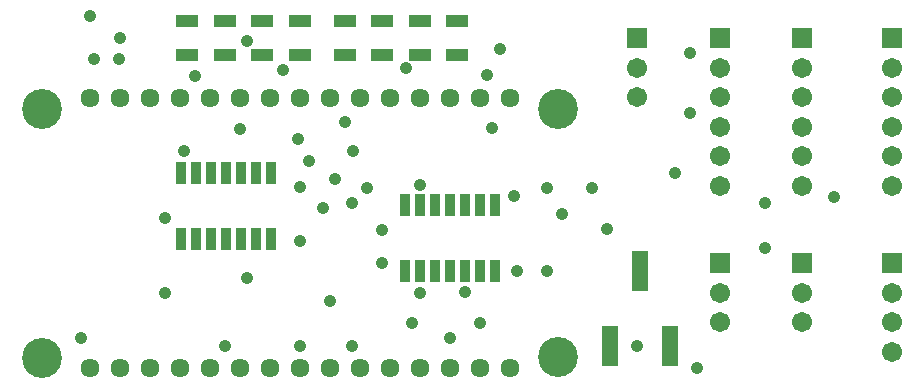
<source format=gbr>
G04 EAGLE Gerber RS-274X export*
G75*
%MOMM*%
%FSLAX34Y34*%
%LPD*%
%INSoldermask Top*%
%IPPOS*%
%AMOC8*
5,1,8,0,0,1.08239X$1,22.5*%
G01*
%ADD10C,1.611200*%
%ADD11C,3.378200*%
%ADD12R,0.853200X1.953200*%
%ADD13R,1.903200X1.103200*%
%ADD14C,1.711200*%
%ADD15R,1.711200X1.711200*%
%ADD16R,1.403200X3.503200*%
%ADD17C,1.059600*%


D10*
X69850Y25400D03*
X95250Y25400D03*
X120650Y25400D03*
X146050Y25400D03*
X171450Y25400D03*
X196850Y25400D03*
X222250Y25400D03*
X247650Y25400D03*
X273050Y25400D03*
X298450Y25400D03*
X323850Y25400D03*
X349250Y25400D03*
X374650Y25400D03*
X400050Y25400D03*
X425450Y25400D03*
X425450Y254000D03*
X400050Y254000D03*
X374650Y254000D03*
X349250Y254000D03*
X323850Y254000D03*
X298450Y254000D03*
X273050Y254000D03*
X247650Y254000D03*
X222250Y254000D03*
X196850Y254000D03*
X171450Y254000D03*
X146050Y254000D03*
X120650Y254000D03*
X95250Y254000D03*
X69850Y254000D03*
D11*
X29210Y244856D03*
X29210Y34290D03*
X466090Y244856D03*
X466090Y34544D03*
D12*
X336550Y107950D03*
X349250Y107950D03*
X361950Y107950D03*
X374650Y107950D03*
X387350Y107950D03*
X400050Y107950D03*
X412750Y107950D03*
X412750Y163950D03*
X400050Y163950D03*
X387350Y163950D03*
X374650Y163950D03*
X361950Y163950D03*
X349250Y163950D03*
X336550Y163950D03*
D13*
X381000Y319300D03*
X381000Y290300D03*
X317500Y319300D03*
X317500Y290300D03*
X247650Y319300D03*
X247650Y290300D03*
X184150Y319300D03*
X184150Y290300D03*
X349250Y319300D03*
X349250Y290300D03*
X285750Y290300D03*
X285750Y319300D03*
X215900Y319300D03*
X215900Y290300D03*
X152400Y319300D03*
X152400Y290300D03*
D14*
X749300Y179800D03*
X749300Y204800D03*
X749300Y229800D03*
X749300Y254800D03*
X749300Y279800D03*
D15*
X749300Y304800D03*
D14*
X673100Y179800D03*
X673100Y204800D03*
X673100Y229800D03*
X673100Y254800D03*
X673100Y279800D03*
D15*
X673100Y304800D03*
D14*
X603250Y64300D03*
X603250Y89300D03*
D15*
X603250Y114300D03*
D14*
X673100Y64300D03*
X673100Y89300D03*
D15*
X673100Y114300D03*
D14*
X749300Y39300D03*
X749300Y64300D03*
X749300Y89300D03*
D15*
X749300Y114300D03*
D14*
X533400Y254800D03*
X533400Y279800D03*
D15*
X533400Y304800D03*
D14*
X603250Y179800D03*
X603250Y204800D03*
X603250Y229800D03*
X603250Y254800D03*
X603250Y279800D03*
D15*
X603250Y304800D03*
D12*
X146550Y134500D03*
X159250Y134500D03*
X171950Y134500D03*
X184650Y134500D03*
X197350Y134500D03*
X210050Y134500D03*
X222750Y134500D03*
X222750Y190500D03*
X210050Y190500D03*
X197350Y190500D03*
X184650Y190500D03*
X171950Y190500D03*
X159250Y190500D03*
X146550Y190500D03*
D16*
X535940Y107950D03*
X510540Y43950D03*
X561340Y43950D03*
D17*
X267462Y161290D03*
X73152Y287020D03*
X94234Y287528D03*
X184150Y44450D03*
X62520Y50800D03*
X431800Y107950D03*
X410210Y228600D03*
X196850Y227620D03*
X158750Y273050D03*
X292100Y165100D03*
X232918Y277622D03*
X247650Y44450D03*
X292100Y44450D03*
X469900Y156210D03*
X374650Y50800D03*
X406400Y274030D03*
X337058Y279618D03*
X317500Y114300D03*
X149860Y209550D03*
X203200Y101600D03*
X533400Y44450D03*
X133350Y88900D03*
X133350Y152400D03*
X95250Y304800D03*
X203200Y302804D03*
X277114Y185710D03*
X387350Y89888D03*
X699770Y170152D03*
X457200Y177800D03*
X641350Y127000D03*
X641350Y165100D03*
X400050Y63500D03*
X508000Y143510D03*
X247650Y133350D03*
X342900Y63500D03*
X273050Y82550D03*
X584200Y25400D03*
X69850Y323850D03*
X317500Y142240D03*
X285750Y233680D03*
X292608Y209550D03*
X255560Y201168D03*
X495300Y177800D03*
X417068Y295946D03*
X304800Y177800D03*
X577850Y241300D03*
X245872Y219202D03*
X247396Y178562D03*
X565150Y190500D03*
X577850Y292100D03*
X349250Y180340D03*
X349250Y88900D03*
X429260Y171450D03*
X457200Y107950D03*
M02*

</source>
